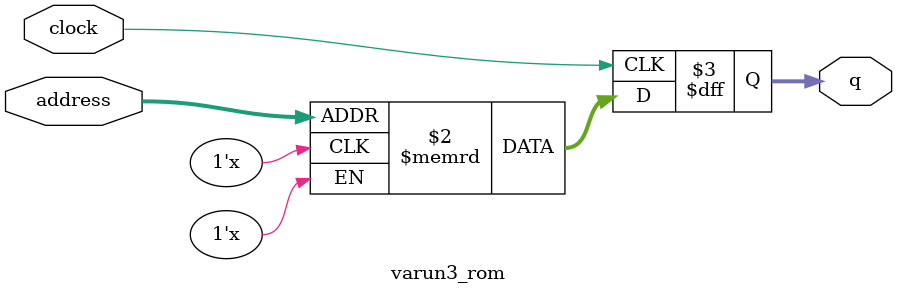
<source format=sv>
module varun3_rom (
	input logic clock,
	input logic [11:0] address,
	output logic [8:0] q
);

logic [8:0] memory [0:2149] /* synthesis ram_init_file = "./varun3/varun3.mif" */;

always_ff @ (posedge clock) begin
	q <= memory[address];
end

endmodule

</source>
